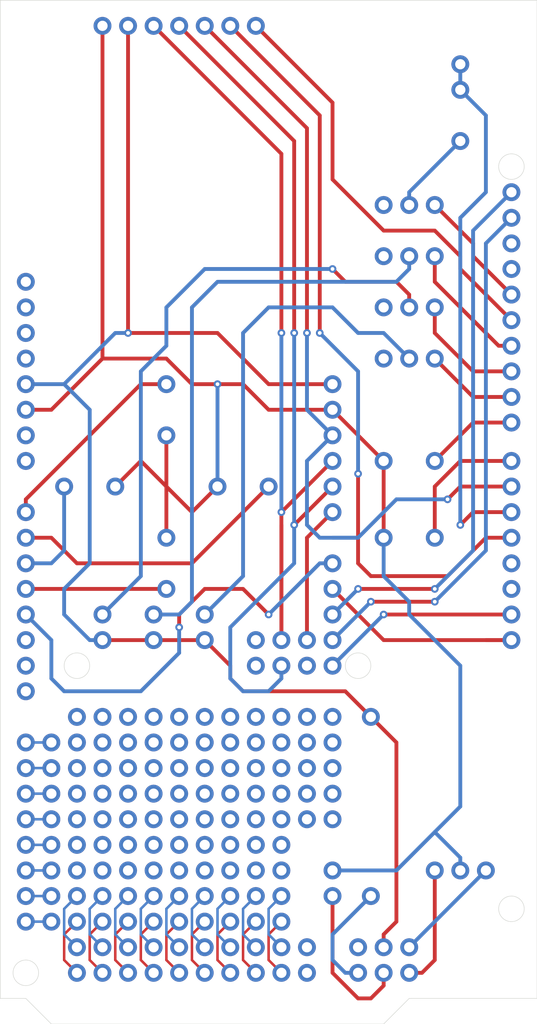
<source format=kicad_pcb>
(kicad_pcb (version 20171130) (host pcbnew "(5.1.8)-1")

  (general
    (thickness 1.6)
    (drawings 54)
    (tracks 624)
    (zones 0)
    (modules 0)
    (nets 1)
  )

  (page User 101.6 152.4)
  (layers
    (0 F.Cu mixed)
    (31 B.Cu mixed)
    (33 F.Adhes user)
    (35 F.Paste user)
    (37 F.SilkS user)
    (38 B.Mask user)
    (39 F.Mask user)
    (40 Dwgs.User user)
    (41 Cmts.User user)
    (42 Eco1.User user)
    (43 Eco2.User user)
    (44 Edge.Cuts user)
    (45 Margin user)
    (46 B.CrtYd user)
    (47 F.CrtYd user)
    (49 F.Fab user)
  )

  (setup
    (last_trace_width 0.25)
    (user_trace_width 0.254)
    (user_trace_width 0.381)
    (user_trace_width 1.27)
    (trace_clearance 0.2)
    (zone_clearance 0.508)
    (zone_45_only yes)
    (trace_min 0.1778)
    (via_size 0.8)
    (via_drill 0.4)
    (via_min_size 0.381)
    (via_min_drill 0.2794)
    (user_via 0.762 0.381)
    (user_via 1.778 1.016)
    (uvia_size 0.508)
    (uvia_drill 0.254)
    (uvias_allowed yes)
    (uvia_min_size 0.508)
    (uvia_min_drill 0.254)
    (edge_width 0.05)
    (segment_width 0.2)
    (pcb_text_width 0.3)
    (pcb_text_size 1.5 1.5)
    (mod_edge_width 0.12)
    (mod_text_size 1 1)
    (mod_text_width 0.15)
    (pad_size 1.524 1.524)
    (pad_drill 0.762)
    (pad_to_mask_clearance 0)
    (aux_axis_origin 0 0)
    (grid_origin 8.89 8.89)
    (visible_elements 7FFFFFFF)
    (pcbplotparams
      (layerselection 0x2ffea_ffffffff)
      (usegerberextensions false)
      (usegerberattributes true)
      (usegerberadvancedattributes true)
      (creategerberjobfile true)
      (excludeedgelayer true)
      (linewidth 0.101600)
      (plotframeref true)
      (viasonmask true)
      (mode 1)
      (useauxorigin false)
      (hpglpennumber 1)
      (hpglpenspeed 20)
      (hpglpendiameter 15.000000)
      (psnegative false)
      (psa4output false)
      (plotreference true)
      (plotvalue true)
      (plotinvisibletext false)
      (padsonsilk false)
      (subtractmaskfromsilk true)
      (outputformat 1)
      (mirror false)
      (drillshape 0)
      (scaleselection 1)
      (outputdirectory ""))
  )

  (net 0 "")

  (net_class Default "This is the default net class."
    (clearance 0.2)
    (trace_width 0.25)
    (via_dia 0.8)
    (via_drill 0.4)
    (uvia_dia 0.508)
    (uvia_drill 0.254)
  )

  (gr_line (start 62.23 115.57) (end 74.93 115.57) (layer Edge.Cuts) (width 0.05) (tstamp 5FDE6659))
  (gr_line (start 59.69 118.11) (end 26.67 118.11) (layer Edge.Cuts) (width 0.05) (tstamp 5FDE6656))
  (gr_circle (center 24.13 113.03) (end 24.13 111.76) (layer Edge.Cuts) (width 0.05))
  (gr_line (start 59.69 118.11) (end 62.23 115.57) (layer Edge.Cuts) (width 0.05))
  (gr_circle (center 72.39 106.68) (end 72.39 107.95) (layer Edge.Cuts) (width 0.05))
  (gr_circle (center 24.13 113.03) (end 24.13 111.76) (layer Dwgs.User) (width 0.15))
  (gr_circle (center 72.39 106.68) (end 72.39 107.95) (layer Dwgs.User) (width 0.15))
  (gr_line (start 24.13 115.57) (end 26.67 118.11) (layer Edge.Cuts) (width 0.05))
  (gr_line (start 21.59 115.57) (end 24.13 115.57) (layer Edge.Cuts) (width 0.05))
  (gr_circle (center 29.21 82.55) (end 29.21 83.82) (layer Edge.Cuts) (width 0.05))
  (gr_circle (center 57.15 82.55) (end 57.15 83.82) (layer Edge.Cuts) (width 0.05))
  (gr_circle (center 72.39 33.02) (end 72.39 34.29) (layer Edge.Cuts) (width 0.05))
  (gr_line (start 74.93 16.51) (end 21.59 16.51) (layer Edge.Cuts) (width 0.05) (tstamp 5FC4A363))
  (gr_line (start 74.93 115.57) (end 74.93 16.51) (layer Edge.Cuts) (width 0.05))
  (gr_line (start 21.59 16.51) (end 21.59 115.57) (layer Edge.Cuts) (width 0.05))
  (gr_circle (center 72.39 33.02) (end 72.39 31.75) (layer Dwgs.User) (width 0.15))
  (gr_circle (center 57.15 82.55) (end 57.15 83.82) (layer Dwgs.User) (width 0.15))
  (gr_circle (center 29.21 82.55) (end 29.21 83.82) (layer Dwgs.User) (width 0.15))
  (gr_line (start 66.04 49.53) (end 66.04 45.72) (layer Dwgs.User) (width 0.15))
  (gr_line (start 58.42 49.53) (end 66.04 49.53) (layer Dwgs.User) (width 0.15))
  (gr_line (start 66.04 45.72) (end 58.42 45.72) (layer Dwgs.User) (width 0.15) (tstamp 5FC35979))
  (gr_line (start 58.42 45.72) (end 58.42 49.53) (layer Dwgs.User) (width 0.15))
  (gr_line (start 66.04 40.64) (end 58.42 40.64) (layer Dwgs.User) (width 0.15) (tstamp 5FC3595A))
  (gr_line (start 58.42 44.45) (end 66.04 44.45) (layer Dwgs.User) (width 0.15))
  (gr_line (start 58.42 40.64) (end 58.42 44.45) (layer Dwgs.User) (width 0.15))
  (gr_line (start 66.04 44.45) (end 66.04 40.64) (layer Dwgs.User) (width 0.15))
  (gr_line (start 66.04 35.56) (end 58.42 35.56) (layer Dwgs.User) (width 0.15) (tstamp 5FC35953))
  (gr_line (start 58.42 35.56) (end 58.42 39.37) (layer Dwgs.User) (width 0.15))
  (gr_line (start 58.42 39.37) (end 66.04 39.37) (layer Dwgs.User) (width 0.15))
  (gr_line (start 66.04 39.37) (end 66.04 35.56) (layer Dwgs.User) (width 0.15))
  (gr_circle (center 30.48 64.77) (end 33.02 64.77) (layer Dwgs.User) (width 0.15))
  (gr_circle (center 62.23 69.85) (end 64.77 69.85) (layer Dwgs.User) (width 0.15))
  (gr_line (start 22.86 46.99) (end 57.15 46.99) (layer Dwgs.User) (width 0.15))
  (gr_line (start 57.15 21.59) (end 22.86 21.59) (layer Dwgs.User) (width 0.15))
  (gr_line (start 66.04 50.8) (end 58.42 50.8) (layer Dwgs.User) (width 0.15) (tstamp 5FC3597F))
  (gr_line (start 66.04 54.61) (end 66.04 50.8) (layer Dwgs.User) (width 0.15))
  (gr_line (start 58.42 54.61) (end 66.04 54.61) (layer Dwgs.User) (width 0.15))
  (gr_line (start 58.42 50.8) (end 58.42 54.61) (layer Dwgs.User) (width 0.15))
  (gr_circle (center 67.31 26.67) (end 67.31 33.02) (layer Dwgs.User) (width 0.15))
  (gr_circle (center 45.72 64.77) (end 48.26 64.77) (layer Dwgs.User) (width 0.15))
  (gr_circle (center 38.1 72.39) (end 38.1 69.85) (layer Dwgs.User) (width 0.15))
  (gr_circle (center 38.1 57.15) (end 38.1 54.61) (layer Dwgs.User) (width 0.15))
  (gr_circle (center 62.23 62.23) (end 64.77 62.23) (layer Dwgs.User) (width 0.15))
  (gr_line (start 57.15 17.78) (end 22.86 17.78) (layer Dwgs.User) (width 0.15) (tstamp 5FC3435D))
  (gr_line (start 57.15 50.8) (end 57.15 17.78) (layer Dwgs.User) (width 0.15))
  (gr_line (start 22.86 50.8) (end 57.15 50.8) (layer Dwgs.User) (width 0.15))
  (gr_line (start 22.86 17.78) (end 22.86 50.8) (layer Dwgs.User) (width 0.15))
  (gr_line (start 53.34 78.74) (end 45.72 78.74) (layer Dwgs.User) (width 0.15) (tstamp 5FC342E7))
  (gr_line (start 53.34 83.82) (end 53.34 78.74) (layer Dwgs.User) (width 0.15))
  (gr_line (start 45.72 83.82) (end 53.34 83.82) (layer Dwgs.User) (width 0.15))
  (gr_line (start 45.72 78.74) (end 45.72 83.82) (layer Dwgs.User) (width 0.15))
  (gr_circle (center 41.91 78.74) (end 41.91 77.47) (layer Dwgs.User) (width 0.15))
  (gr_circle (center 36.83 78.74) (end 36.83 77.47) (layer Dwgs.User) (width 0.15))
  (gr_circle (center 31.75 78.74) (end 31.75 77.47) (layer Dwgs.User) (width 0.15))

  (via (at 49.53 67.31) (size 0.762) (drill 0.381) (layers F.Cu B.Cu) (net 0))
  (via (at 53.34 49.53) (size 0.762) (drill 0.381) (layers F.Cu B.Cu) (net 0))
  (via (at 34.29 49.53) (size 0.762) (drill 0.381) (layers F.Cu B.Cu) (net 0))
  (segment (start 43.18 54.61) (end 43.18 64.77) (width 0.381) (layer B.Cu) (net 0))
  (via (at 43.18 54.61) (size 0.762) (drill 0.381) (layers F.Cu B.Cu) (net 0))
  (segment (start 43.18 54.61) (end 40.64 54.61) (width 0.381) (layer F.Cu) (net 0) (tstamp 5FC4976B))
  (segment (start 36.83 80.01) (end 36.83 80.01) (width 0.381) (layer F.Cu) (net 0))
  (segment (start 41.91 80.01) (end 41.91 80.01) (width 0.381) (layer F.Cu) (net 0))
  (segment (start 38.1 59.69) (end 38.1 59.69) (width 0.381) (layer F.Cu) (net 0))
  (segment (start 40.64 67.31) (end 43.18 64.77) (width 0.381) (layer F.Cu) (net 0))
  (segment (start 35.56 62.23) (end 40.64 67.31) (width 0.381) (layer F.Cu) (net 0))
  (segment (start 33.02 64.77) (end 33.02 64.77) (width 0.381) (layer F.Cu) (net 0))
  (segment (start 46.99 19.05) (end 46.99 19.05) (width 0.381) (layer F.Cu) (net 0) (tstamp 5FC45EC4))
  (segment (start 54.61 57.15) (end 54.61 57.15) (width 0.381) (layer F.Cu) (net 0) (tstamp 5FC45E22))
  (segment (start 54.61 59.69) (end 54.61 59.69) (width 0.381) (layer B.Cu) (net 0) (tstamp 5FC45E1B))
  (segment (start 49.53 82.55) (end 49.53 82.55) (width 0.381) (layer B.Cu) (net 0) (tstamp 5FC45E05))
  (segment (start 27.94 64.77) (end 27.94 64.77) (width 0.381) (layer B.Cu) (net 0) (tstamp 5FC45E01))
  (segment (start 38.1 54.61) (end 38.1 54.61) (width 0.381) (layer F.Cu) (net 0) (tstamp 5FC45DED))
  (segment (start 59.69 62.23) (end 59.69 62.23) (width 0.381) (layer F.Cu) (net 0) (tstamp 5FC45DDA))
  (segment (start 35.56 54.61) (end 24.13 66.04) (width 0.381) (layer F.Cu) (net 0))
  (segment (start 24.13 66.04) (end 24.13 67.31) (width 0.381) (layer F.Cu) (net 0))
  (segment (start 72.39 45.72) (end 72.39 45.72) (width 0.381) (layer F.Cu) (net 0) (tstamp 5FC44302))
  (segment (start 72.39 48.26) (end 72.39 48.26) (width 0.381) (layer F.Cu) (net 0) (tstamp 5FC44300))
  (segment (start 72.39 50.8) (end 72.39 50.8) (width 0.381) (layer F.Cu) (net 0) (tstamp 5FC442FE))
  (segment (start 72.39 53.34) (end 72.39 53.34) (width 0.381) (layer F.Cu) (net 0) (tstamp 5FC442FC))
  (segment (start 72.39 55.88) (end 72.39 55.88) (width 0.381) (layer F.Cu) (net 0) (tstamp 5FC442FA))
  (segment (start 72.39 58.42) (end 72.39 58.42) (width 0.381) (layer F.Cu) (net 0) (tstamp 5FC442F8))
  (segment (start 72.39 62.23) (end 72.39 62.23) (width 0.381) (layer F.Cu) (net 0) (tstamp 5FC442F6))
  (segment (start 72.39 64.77) (end 72.39 64.77) (width 0.381) (layer F.Cu) (net 0) (tstamp 5FC442F4))
  (segment (start 72.39 67.31) (end 72.39 67.31) (width 0.381) (layer F.Cu) (net 0) (tstamp 5FC442F2))
  (segment (start 72.39 69.85) (end 72.39 69.85) (width 0.381) (layer F.Cu) (net 0) (tstamp 5FC442F0))
  (segment (start 72.39 74.93) (end 72.39 74.93) (width 0.381) (layer F.Cu) (net 0) (tstamp 5FC442EE))
  (segment (start 72.39 80.01) (end 72.39 80.01) (width 0.381) (layer F.Cu) (net 0) (tstamp 5FC442EA))
  (segment (start 38.1 74.93) (end 38.1 74.93) (width 0.381) (layer F.Cu) (net 0))
  (segment (start 26.67 72.39) (end 24.13 72.39) (width 0.381) (layer B.Cu) (net 0))
  (segment (start 48.26 64.77) (end 48.26 64.77) (width 0.381) (layer F.Cu) (net 0))
  (segment (start 40.64 72.39) (end 29.21 72.39) (width 0.381) (layer F.Cu) (net 0))
  (segment (start 29.21 72.39) (end 26.67 69.85) (width 0.381) (layer F.Cu) (net 0))
  (segment (start 26.67 69.85) (end 24.13 69.85) (width 0.381) (layer F.Cu) (net 0))
  (segment (start 26.67 57.15) (end 24.13 57.15) (width 0.381) (layer F.Cu) (net 0))
  (segment (start 27.94 54.61) (end 24.13 54.61) (width 0.381) (layer B.Cu) (net 0))
  (via (at 50.8 68.58) (size 0.762) (drill 0.381) (layers F.Cu B.Cu) (net 0))
  (segment (start 68.58 67.31) (end 67.31 68.58) (width 0.381) (layer F.Cu) (net 0))
  (segment (start 67.31 64.77) (end 66.04 66.04) (width 0.381) (layer F.Cu) (net 0))
  (segment (start 64.77 64.77) (end 64.77 69.85) (width 0.381) (layer F.Cu) (net 0))
  (segment (start 67.31 62.23) (end 64.77 64.77) (width 0.381) (layer F.Cu) (net 0))
  (segment (start 67.31 68.58) (end 67.31 38.1) (width 0.381) (layer B.Cu) (net 0))
  (segment (start 60.96 66.04) (end 66.04 66.04) (width 0.381) (layer B.Cu) (net 0))
  (via (at 66.04 66.04) (size 0.762) (drill 0.381) (layers F.Cu B.Cu) (net 0))
  (via (at 67.31 68.58) (size 0.762) (drill 0.381) (layers F.Cu B.Cu) (net 0))
  (segment (start 57.15 69.85) (end 60.96 66.04) (width 0.381) (layer B.Cu) (net 0))
  (segment (start 69.85 35.56) (end 67.31 38.1) (width 0.381) (layer B.Cu) (net 0))
  (segment (start 44.45 19.05) (end 44.45 19.05) (width 0.381) (layer F.Cu) (net 0) (tstamp 5FC36A23))
  (segment (start 41.91 19.05) (end 41.91 19.05) (width 0.381) (layer F.Cu) (net 0) (tstamp 5FC36A21))
  (segment (start 36.83 19.05) (end 36.83 19.05) (width 0.381) (layer F.Cu) (net 0) (tstamp 5FC36A1D))
  (segment (start 31.75 19.05) (end 31.75 19.05) (width 0.381) (layer F.Cu) (net 0) (tstamp 5FC36A1B))
  (segment (start 34.29 19.05) (end 34.29 19.05) (width 0.381) (layer F.Cu) (net 0) (tstamp 5FC36A19))
  (segment (start 62.23 52.07) (end 62.23 52.07) (width 0.381) (layer B.Cu) (net 0) (tstamp 5FC36994))
  (segment (start 62.23 46.99) (end 62.23 46.99) (width 0.381) (layer F.Cu) (net 0) (tstamp 5FC36992))
  (segment (start 62.23 41.91) (end 62.23 41.91) (width 0.381) (layer B.Cu) (net 0) (tstamp 5FC3698C))
  (segment (start 62.23 36.83) (end 62.23 36.83) (width 0.381) (layer B.Cu) (net 0) (tstamp 5FC3698A))
  (segment (start 48.26 46.99) (end 45.72 49.53) (width 0.381) (layer B.Cu) (net 0))
  (segment (start 54.61 46.99) (end 48.26 46.99) (width 0.381) (layer B.Cu) (net 0))
  (segment (start 57.15 49.53) (end 54.61 46.99) (width 0.381) (layer B.Cu) (net 0))
  (segment (start 59.69 49.53) (end 57.15 49.53) (width 0.381) (layer B.Cu) (net 0))
  (segment (start 38.1 46.99) (end 38.1 50.8) (width 0.381) (layer B.Cu) (net 0))
  (segment (start 41.91 43.18) (end 38.1 46.99) (width 0.381) (layer B.Cu) (net 0))
  (segment (start 54.61 43.18) (end 41.91 43.18) (width 0.381) (layer B.Cu) (net 0))
  (via (at 54.61 43.18) (size 0.762) (drill 0.381) (layers F.Cu B.Cu) (net 0))
  (segment (start 55.88 44.45) (end 54.61 43.18) (width 0.381) (layer F.Cu) (net 0))
  (segment (start 60.96 44.45) (end 55.88 44.45) (width 0.381) (layer F.Cu) (net 0))
  (segment (start 62.23 45.72) (end 60.96 44.45) (width 0.381) (layer F.Cu) (net 0))
  (segment (start 40.64 76.2) (end 39.37 77.47) (width 0.381) (layer B.Cu) (net 0))
  (segment (start 40.64 46.99) (end 40.64 76.2) (width 0.381) (layer B.Cu) (net 0))
  (segment (start 43.18 44.45) (end 40.64 46.99) (width 0.381) (layer B.Cu) (net 0))
  (segment (start 60.96 44.45) (end 43.18 44.45) (width 0.381) (layer B.Cu) (net 0))
  (segment (start 62.23 43.18) (end 60.96 44.45) (width 0.381) (layer B.Cu) (net 0))
  (segment (start 57.15 53.34) (end 57.15 63.5) (width 0.381) (layer B.Cu) (net 0))
  (segment (start 53.34 49.53) (end 57.15 53.34) (width 0.381) (layer B.Cu) (net 0))
  (segment (start 57.15 72.39) (end 57.15 63.5) (width 0.381) (layer F.Cu) (net 0))
  (via (at 57.15 63.5) (size 0.762) (drill 0.381) (layers F.Cu B.Cu) (net 0))
  (segment (start 52.07 62.23) (end 52.07 68.58) (width 0.381) (layer B.Cu) (net 0))
  (segment (start 52.07 68.58) (end 53.34 69.85) (width 0.381) (layer B.Cu) (net 0))
  (segment (start 53.34 69.85) (end 57.15 69.85) (width 0.381) (layer B.Cu) (net 0))
  (segment (start 66.04 73.66) (end 58.42 73.66) (width 0.381) (layer F.Cu) (net 0))
  (segment (start 58.42 73.66) (end 57.15 72.39) (width 0.381) (layer F.Cu) (net 0))
  (via (at 49.53 49.53) (size 0.762) (drill 0.381) (layers F.Cu B.Cu) (net 0))
  (segment (start 49.53 49.53) (end 49.53 67.31) (width 0.381) (layer B.Cu) (net 0) (tstamp 5FC36653))
  (via (at 50.8 49.53) (size 0.762) (drill 0.381) (layers F.Cu B.Cu) (net 0))
  (via (at 52.07 49.53) (size 0.762) (drill 0.381) (layers F.Cu B.Cu) (net 0))
  (segment (start 52.07 49.53) (end 52.07 57.15) (width 0.381) (layer B.Cu) (net 0) (tstamp 5FC3664F))
  (segment (start 54.61 67.31) (end 54.61 67.31) (width 0.381) (layer F.Cu) (net 0) (tstamp 5FC365DE))
  (segment (start 54.61 64.77) (end 54.61 64.77) (width 0.381) (layer F.Cu) (net 0) (tstamp 5FC365DC))
  (segment (start 54.61 62.23) (end 54.61 62.23) (width 0.381) (layer F.Cu) (net 0) (tstamp 5FC365DA))
  (segment (start 54.61 54.61) (end 54.61 54.61) (width 0.381) (layer F.Cu) (net 0) (tstamp 5FC365D4))
  (segment (start 52.07 57.15) (end 54.61 59.69) (width 0.381) (layer B.Cu) (net 0))
  (segment (start 48.26 54.61) (end 43.18 49.53) (width 0.381) (layer F.Cu) (net 0))
  (segment (start 43.18 49.53) (end 34.29 49.53) (width 0.381) (layer F.Cu) (net 0))
  (segment (start 59.69 69.85) (end 59.69 62.23) (width 0.381) (layer F.Cu) (net 0) (tstamp 5FC364C9))
  (segment (start 69.85 69.85) (end 66.04 73.66) (width 0.381) (layer F.Cu) (net 0))
  (segment (start 67.31 41.91) (end 64.77 39.37) (width 0.381) (layer F.Cu) (net 0))
  (segment (start 72.39 77.47) (end 72.39 77.47) (width 0.381) (layer B.Cu) (net 0) (tstamp 5FC36221))
  (segment (start 68.58 58.42) (end 64.77 62.23) (width 0.381) (layer F.Cu) (net 0))
  (segment (start 62.23 35.56) (end 67.31 30.48) (width 0.381) (layer B.Cu) (net 0))
  (segment (start 68.58 40.64) (end 64.77 36.83) (width 0.381) (layer F.Cu) (net 0))
  (segment (start 68.58 41.91) (end 68.58 40.64) (width 0.381) (layer F.Cu) (net 0))
  (segment (start 54.61 26.67) (end 54.61 34.29) (width 0.381) (layer F.Cu) (net 0))
  (segment (start 59.69 39.37) (end 54.61 34.29) (width 0.381) (layer F.Cu) (net 0))
  (segment (start 64.77 39.37) (end 59.69 39.37) (width 0.381) (layer F.Cu) (net 0))
  (segment (start 67.31 43.18) (end 67.31 41.91) (width 0.381) (layer F.Cu) (net 0))
  (segment (start 64.77 44.45) (end 64.77 41.91) (width 0.381) (layer F.Cu) (net 0))
  (segment (start 71.12 50.8) (end 64.77 44.45) (width 0.381) (layer F.Cu) (net 0))
  (segment (start 68.58 53.34) (end 64.77 49.53) (width 0.381) (layer F.Cu) (net 0))
  (segment (start 64.77 49.53) (end 64.77 46.99) (width 0.381) (layer F.Cu) (net 0))
  (segment (start 68.58 55.88) (end 64.77 52.07) (width 0.381) (layer F.Cu) (net 0))
  (segment (start 53.34 27.94) (end 53.34 49.53) (width 0.381) (layer F.Cu) (net 0))
  (segment (start 52.07 29.21) (end 52.07 49.53) (width 0.381) (layer F.Cu) (net 0))
  (segment (start 34.29 49.53) (end 33.02 49.53) (width 0.381) (layer B.Cu) (net 0))
  (segment (start 33.02 49.53) (end 27.94 54.61) (width 0.381) (layer B.Cu) (net 0))
  (segment (start 45.72 54.61) (end 43.18 54.61) (width 0.381) (layer F.Cu) (net 0))
  (segment (start 48.26 57.15) (end 45.72 54.61) (width 0.381) (layer F.Cu) (net 0))
  (segment (start 52.07 69.85) (end 52.07 80.01) (width 0.381) (layer F.Cu) (net 0))
  (segment (start 59.69 80.01) (end 54.61 74.93) (width 0.381) (layer F.Cu) (net 0))
  (segment (start 69.85 40.64) (end 72.39 38.1) (width 0.381) (layer B.Cu) (net 0))
  (segment (start 69.85 71.12) (end 69.85 40.64) (width 0.381) (layer B.Cu) (net 0))
  (segment (start 64.77 76.2) (end 69.85 71.12) (width 0.381) (layer B.Cu) (net 0))
  (segment (start 58.42 76.2) (end 54.61 80.01) (width 0.381) (layer B.Cu) (net 0))
  (segment (start 64.77 76.2) (end 64.77 76.2) (width 0.381) (layer B.Cu) (net 0))
  (segment (start 59.69 77.47) (end 59.69 77.47) (width 0.381) (layer B.Cu) (net 0))
  (segment (start 49.53 67.31) (end 49.53 80.01) (width 0.381) (layer F.Cu) (net 0) (tstamp 5FC35249))
  (segment (start 50.8 49.53) (end 50.8 30.48) (width 0.381) (layer F.Cu) (net 0))
  (segment (start 50.8 30.48) (end 39.37 19.05) (width 0.381) (layer F.Cu) (net 0))
  (segment (start 49.53 31.75) (end 49.53 49.53) (width 0.381) (layer F.Cu) (net 0))
  (segment (start 27.94 71.12) (end 26.67 72.39) (width 0.381) (layer B.Cu) (net 0))
  (segment (start 38.1 52.07) (end 40.64 54.61) (width 0.381) (layer F.Cu) (net 0))
  (segment (start 31.75 52.07) (end 38.1 52.07) (width 0.381) (layer F.Cu) (net 0))
  (segment (start 31.75 52.07) (end 26.67 57.15) (width 0.381) (layer F.Cu) (net 0))
  (segment (start 54.61 69.85) (end 57.15 69.85) (width 0.381) (layer B.Cu) (net 0) (tstamp 5FC45E13))
  (segment (start 49.53 80.01) (end 49.53 68.58) (width 0.381) (layer F.Cu) (net 0) (tstamp 5FC36604))
  (segment (start 72.39 80.01) (end 72.39 80.01) (width 0.381) (layer B.Cu) (net 0))
  (segment (start 59.69 69.85) (end 59.69 69.85) (width 0.381) (layer F.Cu) (net 0))
  (segment (start 49.53 80.01) (end 49.53 80.01) (width 0.381) (layer F.Cu) (net 0))
  (segment (start 41.91 80.01) (end 41.91 80.01) (width 0.381) (layer F.Cu) (net 0))
  (segment (start 31.75 80.01) (end 31.75 80.01) (width 0.381) (layer F.Cu) (net 0))
  (segment (start 49.53 82.55) (end 49.53 82.55) (width 0.381) (layer B.Cu) (net 0))
  (segment (start 52.07 80.01) (end 52.07 80.01) (width 0.381) (layer F.Cu) (net 0) (tstamp 5FC45E07))
  (segment (start 31.75 80.01) (end 31.75 80.01) (width 0.381) (layer F.Cu) (net 0) (tstamp 5FC45DFD))
  (segment (start 41.91 80.01) (end 41.91 80.01) (width 0.381) (layer F.Cu) (net 0) (tstamp 5FC45DF7))
  (segment (start 64.77 69.85) (end 64.77 69.85) (width 0.381) (layer F.Cu) (net 0) (tstamp 5FC45DDE))
  (segment (start 59.69 69.85) (end 59.69 69.85) (width 0.381) (layer F.Cu) (net 0) (tstamp 5FC45DE0))
  (segment (start 41.91 77.47) (end 41.91 77.47) (width 0.381) (layer B.Cu) (net 0) (tstamp 5FC45DF9))
  (segment (start 54.61 80.01) (end 54.61 80.01) (width 0.381) (layer B.Cu) (net 0) (tstamp 5FC45E0B))
  (segment (start 64.77 62.23) (end 64.77 62.23) (width 0.381) (layer F.Cu) (net 0) (tstamp 5FC45DDC))
  (segment (start 36.83 80.01) (end 36.83 80.01) (width 0.381) (layer F.Cu) (net 0) (tstamp 5FC45DF5))
  (segment (start 49.53 80.01) (end 49.53 80.01) (width 0.381) (layer F.Cu) (net 0) (tstamp 5FC45E09))
  (segment (start 31.75 77.47) (end 31.75 77.47) (width 0.381) (layer B.Cu) (net 0) (tstamp 5FC45DFB))
  (segment (start 38.1 69.85) (end 38.1 69.85) (width 0.381) (layer F.Cu) (net 0) (tstamp 5FC45DEF))
  (segment (start 36.83 77.47) (end 36.83 77.47) (width 0.381) (layer B.Cu) (net 0) (tstamp 5FC45DF3))
  (segment (start 36.83 77.47) (end 36.83 77.47) (width 0.381) (layer B.Cu) (net 0) (tstamp 5FC36A03))
  (segment (start 50.8 68.58) (end 50.8 68.58) (width 0.381) (layer F.Cu) (net 0) (tstamp 5FC36C35))
  (segment (start 41.91 77.47) (end 41.91 77.47) (width 0.381) (layer B.Cu) (net 0) (tstamp 5FC36A05))
  (segment (start 72.39 67.31) (end 72.39 67.31) (width 0.381) (layer F.Cu) (net 0))
  (segment (start 36.83 80.01) (end 36.83 80.01) (width 0.381) (layer F.Cu) (net 0) (tstamp 5FC36A0A))
  (segment (start 38.1 69.85) (end 38.1 69.85) (width 0.381) (layer F.Cu) (net 0) (tstamp 5FC369FD))
  (segment (start 31.75 77.47) (end 31.75 77.47) (width 0.381) (layer B.Cu) (net 0) (tstamp 5FC36A01))
  (segment (start 53.34 49.53) (end 53.34 49.53) (width 0.381) (layer F.Cu) (net 0) (tstamp 5FC3663E))
  (segment (start 64.77 69.85) (end 64.77 69.85) (width 0.381) (layer F.Cu) (net 0) (tstamp 5FC364CB))
  (segment (start 52.07 80.01) (end 52.07 80.01) (width 0.381) (layer F.Cu) (net 0) (tstamp 5FC36602))
  (segment (start 49.53 82.55) (end 49.53 82.55) (width 0.381) (layer B.Cu) (net 0) (tstamp 5FC36606))
  (segment (start 54.61 80.01) (end 54.61 80.01) (width 0.381) (layer B.Cu) (net 0) (tstamp 5FC365F6))
  (segment (start 53.34 49.53) (end 53.34 49.53) (width 0.381) (layer F.Cu) (net 0) (tstamp 5FC358C5))
  (segment (start 59.69 62.23) (end 59.69 62.23) (width 0.381) (layer F.Cu) (net 0) (tstamp 5FC364C7))
  (segment (start 64.77 62.23) (end 64.77 62.23) (width 0.381) (layer F.Cu) (net 0) (tstamp 5FC364C5))
  (segment (start 59.69 62.23) (end 59.69 62.23) (width 0.381) (layer F.Cu) (net 0))
  (segment (start 72.39 80.01) (end 69.85 80.01) (width 0.381) (layer F.Cu) (net 0))
  (segment (start 68.58 39.37) (end 68.58 71.12) (width 0.381) (layer B.Cu) (net 0))
  (segment (start 68.58 71.12) (end 64.77 74.93) (width 0.381) (layer B.Cu) (net 0))
  (segment (start 57.15 74.93) (end 54.61 77.47) (width 0.381) (layer B.Cu) (net 0))
  (segment (start 64.77 74.93) (end 64.77 74.93) (width 0.381) (layer B.Cu) (net 0))
  (segment (start 72.39 35.56) (end 72.39 35.56) (width 0.381) (layer B.Cu) (net 0) (tstamp 5FC3620C))
  (via (at 49.53 105.41) (size 1.778) (drill 1.016) (layers F.Cu B.Cu) (net 0))
  (via (at 46.99 105.41) (size 1.778) (drill 1.016) (layers F.Cu B.Cu) (net 0))
  (via (at 44.45 105.41) (size 1.778) (drill 1.016) (layers F.Cu B.Cu) (net 0))
  (via (at 41.91 105.41) (size 1.778) (drill 1.016) (layers F.Cu B.Cu) (net 0))
  (via (at 39.37 105.41) (size 1.778) (drill 1.016) (layers F.Cu B.Cu) (net 0))
  (via (at 36.83 105.41) (size 1.778) (drill 1.016) (layers F.Cu B.Cu) (net 0))
  (via (at 34.29 105.41) (size 1.778) (drill 1.016) (layers F.Cu B.Cu) (net 0))
  (via (at 31.75 105.41) (size 1.778) (drill 1.016) (layers F.Cu B.Cu) (net 0))
  (via (at 29.21 105.41) (size 1.778) (drill 1.016) (layers F.Cu B.Cu) (net 0))
  (via (at 29.21 107.95) (size 1.778) (drill 1.016) (layers F.Cu B.Cu) (net 0))
  (via (at 29.21 110.49) (size 1.778) (drill 1.016) (layers F.Cu B.Cu) (net 0))
  (via (at 29.21 113.03) (size 1.778) (drill 1.016) (layers F.Cu B.Cu) (net 0))
  (via (at 31.75 113.03) (size 1.778) (drill 1.016) (layers F.Cu B.Cu) (net 0))
  (via (at 31.75 110.49) (size 1.778) (drill 1.016) (layers F.Cu B.Cu) (net 0))
  (via (at 31.75 107.95) (size 1.778) (drill 1.016) (layers F.Cu B.Cu) (net 0))
  (via (at 34.29 107.95) (size 1.778) (drill 1.016) (layers F.Cu B.Cu) (net 0))
  (via (at 34.29 110.49) (size 1.778) (drill 1.016) (layers F.Cu B.Cu) (net 0))
  (via (at 34.29 113.03) (size 1.778) (drill 1.016) (layers F.Cu B.Cu) (net 0))
  (via (at 36.83 113.03) (size 1.778) (drill 1.016) (layers F.Cu B.Cu) (net 0))
  (via (at 36.83 110.49) (size 1.778) (drill 1.016) (layers F.Cu B.Cu) (net 0))
  (via (at 36.83 107.95) (size 1.778) (drill 1.016) (layers F.Cu B.Cu) (net 0))
  (via (at 39.37 107.95) (size 1.778) (drill 1.016) (layers F.Cu B.Cu) (net 0))
  (via (at 39.37 110.49) (size 1.778) (drill 1.016) (layers F.Cu B.Cu) (net 0))
  (via (at 39.37 113.03) (size 1.778) (drill 1.016) (layers F.Cu B.Cu) (net 0))
  (via (at 49.53 107.95) (size 1.778) (drill 1.016) (layers F.Cu B.Cu) (net 0))
  (via (at 46.99 107.95) (size 1.778) (drill 1.016) (layers F.Cu B.Cu) (net 0))
  (via (at 44.45 107.95) (size 1.778) (drill 1.016) (layers F.Cu B.Cu) (net 0))
  (via (at 41.91 107.95) (size 1.778) (drill 1.016) (layers F.Cu B.Cu) (net 0))
  (via (at 41.91 110.49) (size 1.778) (drill 1.016) (layers F.Cu B.Cu) (net 0))
  (via (at 41.91 113.03) (size 1.778) (drill 1.016) (layers F.Cu B.Cu) (net 0))
  (via (at 44.45 113.03) (size 1.778) (drill 1.016) (layers F.Cu B.Cu) (net 0))
  (via (at 44.45 110.49) (size 1.778) (drill 1.016) (layers F.Cu B.Cu) (net 0))
  (via (at 49.53 82.55) (size 1.778) (drill 1.016) (layers F.Cu B.Cu) (net 0))
  (segment (start 49.53 80.01) (end 49.53 80.01) (width 0.381) (layer F.Cu) (net 0) (tstamp 5FDE625E))
  (via (at 49.53 80.01) (size 1.778) (drill 1.016) (layers F.Cu B.Cu) (net 0))
  (segment (start 52.07 80.01) (end 52.07 80.01) (width 0.381) (layer F.Cu) (net 0) (tstamp 5FDE6260))
  (via (at 52.07 80.01) (size 1.778) (drill 1.016) (layers F.Cu B.Cu) (net 0))
  (via (at 52.07 82.55) (size 1.778) (drill 1.016) (layers F.Cu B.Cu) (net 0))
  (via (at 46.99 80.01) (size 1.778) (drill 1.016) (layers F.Cu B.Cu) (net 0))
  (via (at 46.99 82.55) (size 1.778) (drill 1.016) (layers F.Cu B.Cu) (net 0))
  (segment (start 54.61 82.55) (end 54.61 82.55) (width 0.381) (layer B.Cu) (net 0) (tstamp 5FDE6262))
  (via (at 54.61 82.55) (size 1.778) (drill 1.016) (layers F.Cu B.Cu) (net 0))
  (segment (start 54.61 80.01) (end 54.61 80.01) (width 0.381) (layer B.Cu) (net 0) (tstamp 5FDE6264))
  (via (at 54.61 80.01) (size 1.778) (drill 1.016) (layers F.Cu B.Cu) (net 0))
  (segment (start 54.61 77.47) (end 54.61 77.47) (width 0.381) (layer B.Cu) (net 0) (tstamp 5FDE6266))
  (via (at 54.61 77.47) (size 1.778) (drill 1.016) (layers F.Cu B.Cu) (net 0))
  (segment (start 54.61 74.93) (end 54.61 74.93) (width 0.381) (layer F.Cu) (net 0) (tstamp 5FDE6268))
  (via (at 54.61 74.93) (size 1.778) (drill 1.016) (layers F.Cu B.Cu) (net 0))
  (segment (start 41.91 80.01) (end 36.83 80.01) (width 0.381) (layer F.Cu) (net 0) (tstamp 5FDE626A))
  (via (at 41.91 80.01) (size 1.778) (drill 1.016) (layers F.Cu B.Cu) (net 0))
  (segment (start 41.91 77.47) (end 41.91 77.47) (width 0.381) (layer B.Cu) (net 0) (tstamp 5FDE626C))
  (via (at 41.91 77.47) (size 1.778) (drill 1.016) (layers F.Cu B.Cu) (net 0))
  (segment (start 36.83 77.47) (end 36.83 77.47) (width 0.381) (layer B.Cu) (net 0) (tstamp 5FDE626E))
  (via (at 36.83 77.47) (size 1.778) (drill 1.016) (layers F.Cu B.Cu) (net 0))
  (segment (start 36.83 80.01) (end 31.75 80.01) (width 0.381) (layer F.Cu) (net 0) (tstamp 5FDE6270))
  (via (at 36.83 80.01) (size 1.778) (drill 1.016) (layers F.Cu B.Cu) (net 0))
  (segment (start 31.75 80.01) (end 31.75 80.01) (width 0.381) (layer F.Cu) (net 0) (tstamp 5FDE6277))
  (via (at 31.75 80.01) (size 1.778) (drill 1.016) (layers F.Cu B.Cu) (net 0))
  (segment (start 31.75 77.47) (end 31.75 77.47) (width 0.381) (layer B.Cu) (net 0) (tstamp 5FDE6279))
  (via (at 31.75 77.47) (size 1.778) (drill 1.016) (layers F.Cu B.Cu) (net 0))
  (segment (start 24.13 74.93) (end 24.13 74.93) (width 0.381) (layer F.Cu) (net 0) (tstamp 5FDE6388))
  (via (at 24.13 74.93) (size 1.778) (drill 1.016) (layers F.Cu B.Cu) (net 0))
  (segment (start 24.13 72.39) (end 24.13 72.39) (width 0.381) (layer B.Cu) (net 0) (tstamp 5FDE638A))
  (via (at 24.13 72.39) (size 1.778) (drill 1.016) (layers F.Cu B.Cu) (net 0))
  (segment (start 24.13 69.85) (end 24.13 69.85) (width 0.381) (layer F.Cu) (net 0) (tstamp 5FDE638C))
  (via (at 24.13 69.85) (size 1.778) (drill 1.016) (layers F.Cu B.Cu) (net 0))
  (segment (start 24.13 67.31) (end 24.13 67.31) (width 0.381) (layer F.Cu) (net 0) (tstamp 5FDE638E))
  (via (at 24.13 67.31) (size 1.778) (drill 1.016) (layers F.Cu B.Cu) (net 0))
  (via (at 24.13 90.17) (size 1.778) (drill 1.016) (layers F.Cu B.Cu) (net 0))
  (via (at 24.13 85.09) (size 1.778) (drill 1.016) (layers F.Cu B.Cu) (net 0))
  (via (at 24.13 82.55) (size 1.778) (drill 1.016) (layers F.Cu B.Cu) (net 0))
  (via (at 24.13 80.01) (size 1.778) (drill 1.016) (layers F.Cu B.Cu) (net 0))
  (via (at 24.13 77.47) (size 1.778) (drill 1.016) (layers F.Cu B.Cu) (net 0))
  (via (at 24.13 92.71) (size 1.778) (drill 1.016) (layers F.Cu B.Cu) (net 0))
  (via (at 26.67 92.71) (size 1.778) (drill 1.016) (layers F.Cu B.Cu) (net 0))
  (via (at 26.67 90.17) (size 1.778) (drill 1.016) (layers F.Cu B.Cu) (net 0))
  (segment (start 72.39 80.01) (end 59.69 80.01) (width 0.381) (layer F.Cu) (net 0) (tstamp 5FDE639F))
  (via (at 72.39 80.01) (size 1.778) (drill 1.016) (layers F.Cu B.Cu) (net 0))
  (segment (start 72.39 77.47) (end 59.69 77.47) (width 0.381) (layer F.Cu) (net 0) (tstamp 5FDE63A1))
  (via (at 72.39 77.47) (size 1.778) (drill 1.016) (layers F.Cu B.Cu) (net 0))
  (via (at 72.39 74.93) (size 1.778) (drill 1.016) (layers F.Cu B.Cu) (net 0))
  (via (at 72.39 72.39) (size 1.778) (drill 1.016) (layers F.Cu B.Cu) (net 0))
  (segment (start 72.39 69.85) (end 69.85 69.85) (width 0.381) (layer F.Cu) (net 0) (tstamp 5FDE63A5))
  (via (at 72.39 69.85) (size 1.778) (drill 1.016) (layers F.Cu B.Cu) (net 0))
  (segment (start 54.61 72.39) (end 54.61 72.39) (width 0.381) (layer F.Cu) (net 0) (tstamp 5FDE63A7))
  (via (at 54.61 72.39) (size 1.778) (drill 1.016) (layers F.Cu B.Cu) (net 0))
  (segment (start 72.39 67.31) (end 68.58 67.31) (width 0.381) (layer F.Cu) (net 0) (tstamp 5FDE63A9))
  (via (at 72.39 67.31) (size 1.778) (drill 1.016) (layers F.Cu B.Cu) (net 0))
  (segment (start 72.39 64.77) (end 67.31 64.77) (width 0.381) (layer F.Cu) (net 0) (tstamp 5FDE63AB))
  (via (at 72.39 64.77) (size 1.778) (drill 1.016) (layers F.Cu B.Cu) (net 0))
  (segment (start 72.39 62.23) (end 67.31 62.23) (width 0.381) (layer F.Cu) (net 0) (tstamp 5FDE63AD))
  (via (at 72.39 62.23) (size 1.778) (drill 1.016) (layers F.Cu B.Cu) (net 0))
  (segment (start 72.39 58.42) (end 68.58 58.42) (width 0.381) (layer F.Cu) (net 0) (tstamp 5FDE63AF))
  (via (at 72.39 58.42) (size 1.778) (drill 1.016) (layers F.Cu B.Cu) (net 0))
  (segment (start 72.39 55.88) (end 68.58 55.88) (width 0.381) (layer F.Cu) (net 0) (tstamp 5FDE63B1))
  (via (at 72.39 55.88) (size 1.778) (drill 1.016) (layers F.Cu B.Cu) (net 0))
  (segment (start 72.39 53.34) (end 68.58 53.34) (width 0.381) (layer F.Cu) (net 0) (tstamp 5FDE63B3))
  (via (at 72.39 53.34) (size 1.778) (drill 1.016) (layers F.Cu B.Cu) (net 0))
  (segment (start 72.39 50.8) (end 71.12 50.8) (width 0.381) (layer F.Cu) (net 0) (tstamp 5FDE63B5))
  (via (at 72.39 50.8) (size 1.778) (drill 1.016) (layers F.Cu B.Cu) (net 0))
  (segment (start 72.39 48.26) (end 67.31 43.18) (width 0.381) (layer F.Cu) (net 0) (tstamp 5FDE63B7))
  (via (at 72.39 48.26) (size 1.778) (drill 1.016) (layers F.Cu B.Cu) (net 0))
  (segment (start 72.39 45.72) (end 68.58 41.91) (width 0.381) (layer F.Cu) (net 0) (tstamp 5FDE63B9))
  (via (at 72.39 45.72) (size 1.778) (drill 1.016) (layers F.Cu B.Cu) (net 0))
  (via (at 72.39 43.18) (size 1.778) (drill 1.016) (layers F.Cu B.Cu) (net 0))
  (via (at 72.39 40.64) (size 1.778) (drill 1.016) (layers F.Cu B.Cu) (net 0))
  (segment (start 72.39 38.1) (end 72.39 38.1) (width 0.381) (layer B.Cu) (net 0) (tstamp 5FDE63BB))
  (via (at 72.39 38.1) (size 1.778) (drill 1.016) (layers F.Cu B.Cu) (net 0))
  (segment (start 72.39 35.56) (end 68.58 39.37) (width 0.381) (layer B.Cu) (net 0) (tstamp 5FDE63BD))
  (via (at 72.39 35.56) (size 1.778) (drill 1.016) (layers F.Cu B.Cu) (net 0))
  (segment (start 64.77 36.83) (end 64.77 36.83) (width 0.381) (layer F.Cu) (net 0) (tstamp 5FDE63BF))
  (via (at 64.77 36.83) (size 1.778) (drill 1.016) (layers F.Cu B.Cu) (net 0))
  (segment (start 62.23 36.83) (end 62.23 35.56) (width 0.381) (layer B.Cu) (net 0) (tstamp 5FDE63C1))
  (via (at 62.23 36.83) (size 1.778) (drill 1.016) (layers F.Cu B.Cu) (net 0))
  (via (at 59.69 36.83) (size 1.778) (drill 1.016) (layers F.Cu B.Cu) (net 0))
  (via (at 59.69 41.91) (size 1.778) (drill 1.016) (layers F.Cu B.Cu) (net 0))
  (segment (start 62.23 41.91) (end 62.23 43.18) (width 0.381) (layer B.Cu) (net 0) (tstamp 5FDE63C3))
  (via (at 62.23 41.91) (size 1.778) (drill 1.016) (layers F.Cu B.Cu) (net 0))
  (segment (start 64.77 41.91) (end 64.77 41.91) (width 0.381) (layer F.Cu) (net 0) (tstamp 5FDE63C5))
  (via (at 64.77 41.91) (size 1.778) (drill 1.016) (layers F.Cu B.Cu) (net 0))
  (segment (start 64.77 46.99) (end 64.77 46.99) (width 0.381) (layer F.Cu) (net 0) (tstamp 5FDE63C7))
  (via (at 64.77 46.99) (size 1.778) (drill 1.016) (layers F.Cu B.Cu) (net 0))
  (segment (start 62.23 46.99) (end 62.23 45.72) (width 0.381) (layer F.Cu) (net 0) (tstamp 5FDE63C9))
  (via (at 62.23 46.99) (size 1.778) (drill 1.016) (layers F.Cu B.Cu) (net 0))
  (via (at 59.69 46.99) (size 1.778) (drill 1.016) (layers F.Cu B.Cu) (net 0))
  (via (at 59.69 52.07) (size 1.778) (drill 1.016) (layers F.Cu B.Cu) (net 0))
  (segment (start 62.23 52.07) (end 59.69 49.53) (width 0.381) (layer B.Cu) (net 0) (tstamp 5FDE63CB))
  (via (at 62.23 52.07) (size 1.778) (drill 1.016) (layers F.Cu B.Cu) (net 0))
  (segment (start 64.77 52.07) (end 64.77 52.07) (width 0.381) (layer F.Cu) (net 0) (tstamp 5FDE63CD))
  (via (at 64.77 52.07) (size 1.778) (drill 1.016) (layers F.Cu B.Cu) (net 0))
  (segment (start 64.77 62.23) (end 64.77 62.23) (width 0.381) (layer F.Cu) (net 0) (tstamp 5FDE63CF))
  (via (at 64.77 62.23) (size 1.778) (drill 1.016) (layers F.Cu B.Cu) (net 0))
  (segment (start 59.69 62.23) (end 54.61 57.15) (width 0.381) (layer F.Cu) (net 0) (tstamp 5FDE63D1))
  (via (at 59.69 62.23) (size 1.778) (drill 1.016) (layers F.Cu B.Cu) (net 0))
  (segment (start 64.77 69.85) (end 64.77 69.85) (width 0.381) (layer F.Cu) (net 0) (tstamp 5FDE63D3))
  (via (at 64.77 69.85) (size 1.778) (drill 1.016) (layers F.Cu B.Cu) (net 0))
  (segment (start 59.69 69.85) (end 59.69 69.85) (width 0.381) (layer F.Cu) (net 0) (tstamp 5FDE63D5))
  (via (at 59.69 69.85) (size 1.778) (drill 1.016) (layers F.Cu B.Cu) (net 0))
  (segment (start 54.61 67.31) (end 52.07 69.85) (width 0.381) (layer F.Cu) (net 0) (tstamp 5FDE63D7))
  (via (at 54.61 67.31) (size 1.778) (drill 1.016) (layers F.Cu B.Cu) (net 0))
  (segment (start 54.61 64.77) (end 50.8 68.58) (width 0.381) (layer F.Cu) (net 0) (tstamp 5FDE63D9))
  (via (at 54.61 64.77) (size 1.778) (drill 1.016) (layers F.Cu B.Cu) (net 0))
  (segment (start 54.61 62.23) (end 49.53 67.31) (width 0.381) (layer F.Cu) (net 0) (tstamp 5FDE63DB))
  (via (at 54.61 62.23) (size 1.778) (drill 1.016) (layers F.Cu B.Cu) (net 0))
  (segment (start 54.61 59.69) (end 52.07 62.23) (width 0.381) (layer B.Cu) (net 0) (tstamp 5FDE63DD))
  (via (at 54.61 59.69) (size 1.778) (drill 1.016) (layers F.Cu B.Cu) (net 0))
  (segment (start 54.61 57.15) (end 48.26 57.15) (width 0.381) (layer F.Cu) (net 0) (tstamp 5FDE63DF))
  (via (at 54.61 57.15) (size 1.778) (drill 1.016) (layers F.Cu B.Cu) (net 0))
  (segment (start 54.61 54.61) (end 48.26 54.61) (width 0.381) (layer F.Cu) (net 0) (tstamp 5FDE63E1))
  (via (at 54.61 54.61) (size 1.778) (drill 1.016) (layers F.Cu B.Cu) (net 0))
  (segment (start 48.26 64.77) (end 40.64 72.39) (width 0.381) (layer F.Cu) (net 0) (tstamp 5FDE63E3))
  (via (at 48.26 64.77) (size 1.778) (drill 1.016) (layers F.Cu B.Cu) (net 0))
  (segment (start 43.18 64.77) (end 43.18 64.77) (width 0.381) (layer F.Cu) (net 0) (tstamp 5FDE63E5))
  (via (at 43.18 64.77) (size 1.778) (drill 1.016) (layers F.Cu B.Cu) (net 0))
  (segment (start 38.1 69.85) (end 38.1 69.85) (width 0.381) (layer F.Cu) (net 0) (tstamp 5FDE63F6))
  (via (at 38.1 69.85) (size 1.778) (drill 1.016) (layers F.Cu B.Cu) (net 0))
  (segment (start 38.1 74.93) (end 24.13 74.93) (width 0.381) (layer F.Cu) (net 0) (tstamp 5FDE63F8))
  (via (at 38.1 74.93) (size 1.778) (drill 1.016) (layers F.Cu B.Cu) (net 0))
  (segment (start 38.1 54.61) (end 35.56 54.61) (width 0.381) (layer F.Cu) (net 0) (tstamp 5FDE63FA))
  (via (at 38.1 54.61) (size 1.778) (drill 1.016) (layers F.Cu B.Cu) (net 0))
  (segment (start 38.1 59.69) (end 38.1 69.85) (width 0.381) (layer F.Cu) (net 0) (tstamp 5FDE63FC))
  (via (at 38.1 59.69) (size 1.778) (drill 1.016) (layers F.Cu B.Cu) (net 0))
  (segment (start 33.02 64.77) (end 35.56 62.23) (width 0.381) (layer F.Cu) (net 0) (tstamp 5FDE63FE))
  (via (at 33.02 64.77) (size 1.778) (drill 1.016) (layers F.Cu B.Cu) (net 0))
  (segment (start 27.94 64.77) (end 27.94 71.12) (width 0.381) (layer B.Cu) (net 0) (tstamp 5FDE6400))
  (via (at 27.94 64.77) (size 1.778) (drill 1.016) (layers F.Cu B.Cu) (net 0))
  (via (at 52.07 87.63) (size 1.778) (drill 1.016) (layers F.Cu B.Cu) (net 0))
  (via (at 49.53 87.63) (size 1.778) (drill 1.016) (layers F.Cu B.Cu) (net 0))
  (via (at 46.99 87.63) (size 1.778) (drill 1.016) (layers F.Cu B.Cu) (net 0))
  (via (at 44.45 87.63) (size 1.778) (drill 1.016) (layers F.Cu B.Cu) (net 0))
  (segment (start 41.91 87.63) (end 41.91 87.63) (width 0.381) (layer B.Cu) (net 0) (tstamp 5FDE6402))
  (via (at 41.91 87.63) (size 1.778) (drill 1.016) (layers F.Cu B.Cu) (net 0))
  (via (at 39.37 87.63) (size 1.778) (drill 1.016) (layers F.Cu B.Cu) (net 0))
  (segment (start 36.83 87.63) (end 36.83 87.63) (width 0.381) (layer B.Cu) (net 0) (tstamp 5FDE6404))
  (via (at 36.83 87.63) (size 1.778) (drill 1.016) (layers F.Cu B.Cu) (net 0))
  (via (at 34.29 87.63) (size 1.778) (drill 1.016) (layers F.Cu B.Cu) (net 0))
  (segment (start 31.75 87.63) (end 31.75 87.63) (width 0.381) (layer B.Cu) (net 0) (tstamp 5FDE6406))
  (via (at 31.75 87.63) (size 1.778) (drill 1.016) (layers F.Cu B.Cu) (net 0))
  (via (at 31.75 90.17) (size 1.778) (drill 1.016) (layers F.Cu B.Cu) (net 0))
  (via (at 31.75 92.71) (size 1.778) (drill 1.016) (layers F.Cu B.Cu) (net 0))
  (via (at 31.75 95.25) (size 1.778) (drill 1.016) (layers F.Cu B.Cu) (net 0))
  (via (at 31.75 97.79) (size 1.778) (drill 1.016) (layers F.Cu B.Cu) (net 0))
  (via (at 31.75 100.33) (size 1.778) (drill 1.016) (layers F.Cu B.Cu) (net 0))
  (via (at 31.75 102.87) (size 1.778) (drill 1.016) (layers F.Cu B.Cu) (net 0))
  (via (at 29.21 102.87) (size 1.778) (drill 1.016) (layers F.Cu B.Cu) (net 0))
  (via (at 26.67 102.87) (size 1.778) (drill 1.016) (layers F.Cu B.Cu) (net 0))
  (via (at 26.67 100.33) (size 1.778) (drill 1.016) (layers F.Cu B.Cu) (net 0))
  (via (at 24.13 100.33) (size 1.778) (drill 1.016) (layers F.Cu B.Cu) (net 0))
  (via (at 24.13 97.79) (size 1.778) (drill 1.016) (layers F.Cu B.Cu) (net 0))
  (via (at 26.67 97.79) (size 1.778) (drill 1.016) (layers F.Cu B.Cu) (net 0))
  (via (at 26.67 95.25) (size 1.778) (drill 1.016) (layers F.Cu B.Cu) (net 0))
  (via (at 24.13 95.25) (size 1.778) (drill 1.016) (layers F.Cu B.Cu) (net 0))
  (via (at 26.67 105.41) (size 1.778) (drill 1.016) (layers F.Cu B.Cu) (net 0))
  (via (at 24.13 105.41) (size 1.778) (drill 1.016) (layers F.Cu B.Cu) (net 0))
  (via (at 24.13 107.95) (size 1.778) (drill 1.016) (layers F.Cu B.Cu) (net 0))
  (via (at 24.13 102.87) (size 1.778) (drill 1.016) (layers F.Cu B.Cu) (net 0))
  (via (at 26.67 107.95) (size 1.778) (drill 1.016) (layers F.Cu B.Cu) (net 0))
  (via (at 29.21 100.33) (size 1.778) (drill 1.016) (layers F.Cu B.Cu) (net 0))
  (via (at 29.21 97.79) (size 1.778) (drill 1.016) (layers F.Cu B.Cu) (net 0))
  (via (at 29.21 95.25) (size 1.778) (drill 1.016) (layers F.Cu B.Cu) (net 0))
  (via (at 29.21 92.71) (size 1.778) (drill 1.016) (layers F.Cu B.Cu) (net 0))
  (via (at 29.21 90.17) (size 1.778) (drill 1.016) (layers F.Cu B.Cu) (net 0))
  (via (at 29.21 87.63) (size 1.778) (drill 1.016) (layers F.Cu B.Cu) (net 0))
  (via (at 34.29 90.17) (size 1.778) (drill 1.016) (layers F.Cu B.Cu) (net 0))
  (via (at 36.83 90.17) (size 1.778) (drill 1.016) (layers F.Cu B.Cu) (net 0))
  (via (at 39.37 90.17) (size 1.778) (drill 1.016) (layers F.Cu B.Cu) (net 0))
  (via (at 39.37 92.71) (size 1.778) (drill 1.016) (layers F.Cu B.Cu) (net 0))
  (via (at 36.83 92.71) (size 1.778) (drill 1.016) (layers F.Cu B.Cu) (net 0))
  (via (at 34.29 92.71) (size 1.778) (drill 1.016) (layers F.Cu B.Cu) (net 0))
  (via (at 34.29 95.25) (size 1.778) (drill 1.016) (layers F.Cu B.Cu) (net 0))
  (via (at 34.29 97.79) (size 1.778) (drill 1.016) (layers F.Cu B.Cu) (net 0))
  (via (at 34.29 100.33) (size 1.778) (drill 1.016) (layers F.Cu B.Cu) (net 0))
  (via (at 34.29 102.87) (size 1.778) (drill 1.016) (layers F.Cu B.Cu) (net 0))
  (via (at 36.83 102.87) (size 1.778) (drill 1.016) (layers F.Cu B.Cu) (net 0))
  (via (at 36.83 100.33) (size 1.778) (drill 1.016) (layers F.Cu B.Cu) (net 0))
  (via (at 36.83 97.79) (size 1.778) (drill 1.016) (layers F.Cu B.Cu) (net 0))
  (via (at 36.83 95.25) (size 1.778) (drill 1.016) (layers F.Cu B.Cu) (net 0))
  (via (at 39.37 95.25) (size 1.778) (drill 1.016) (layers F.Cu B.Cu) (net 0))
  (via (at 39.37 97.79) (size 1.778) (drill 1.016) (layers F.Cu B.Cu) (net 0))
  (via (at 39.37 100.33) (size 1.778) (drill 1.016) (layers F.Cu B.Cu) (net 0))
  (via (at 39.37 102.87) (size 1.778) (drill 1.016) (layers F.Cu B.Cu) (net 0))
  (via (at 41.91 102.87) (size 1.778) (drill 1.016) (layers F.Cu B.Cu) (net 0))
  (via (at 44.45 102.87) (size 1.778) (drill 1.016) (layers F.Cu B.Cu) (net 0))
  (via (at 46.99 102.87) (size 1.778) (drill 1.016) (layers F.Cu B.Cu) (net 0))
  (via (at 49.53 102.87) (size 1.778) (drill 1.016) (layers F.Cu B.Cu) (net 0))
  (via (at 49.53 100.33) (size 1.778) (drill 1.016) (layers F.Cu B.Cu) (net 0))
  (via (at 46.99 100.33) (size 1.778) (drill 1.016) (layers F.Cu B.Cu) (net 0))
  (via (at 44.45 100.33) (size 1.778) (drill 1.016) (layers F.Cu B.Cu) (net 0))
  (via (at 41.91 100.33) (size 1.778) (drill 1.016) (layers F.Cu B.Cu) (net 0))
  (via (at 41.91 97.79) (size 1.778) (drill 1.016) (layers F.Cu B.Cu) (net 0))
  (via (at 44.45 97.79) (size 1.778) (drill 1.016) (layers F.Cu B.Cu) (net 0))
  (via (at 46.99 97.79) (size 1.778) (drill 1.016) (layers F.Cu B.Cu) (net 0))
  (via (at 49.53 97.79) (size 1.778) (drill 1.016) (layers F.Cu B.Cu) (net 0))
  (via (at 52.07 97.79) (size 1.778) (drill 1.016) (layers F.Cu B.Cu) (net 0))
  (via (at 52.07 95.25) (size 1.778) (drill 1.016) (layers F.Cu B.Cu) (net 0))
  (via (at 49.53 95.25) (size 1.778) (drill 1.016) (layers F.Cu B.Cu) (net 0))
  (via (at 46.99 95.25) (size 1.778) (drill 1.016) (layers F.Cu B.Cu) (net 0))
  (via (at 44.45 95.25) (size 1.778) (drill 1.016) (layers F.Cu B.Cu) (net 0))
  (via (at 41.91 95.25) (size 1.778) (drill 1.016) (layers F.Cu B.Cu) (net 0))
  (via (at 41.91 92.71) (size 1.778) (drill 1.016) (layers F.Cu B.Cu) (net 0))
  (via (at 41.91 90.17) (size 1.778) (drill 1.016) (layers F.Cu B.Cu) (net 0))
  (via (at 44.45 90.17) (size 1.778) (drill 1.016) (layers F.Cu B.Cu) (net 0))
  (via (at 44.45 92.71) (size 1.778) (drill 1.016) (layers F.Cu B.Cu) (net 0))
  (via (at 46.99 92.71) (size 1.778) (drill 1.016) (layers F.Cu B.Cu) (net 0))
  (via (at 46.99 90.17) (size 1.778) (drill 1.016) (layers F.Cu B.Cu) (net 0))
  (via (at 49.53 90.17) (size 1.778) (drill 1.016) (layers F.Cu B.Cu) (net 0))
  (via (at 49.53 92.71) (size 1.778) (drill 1.016) (layers F.Cu B.Cu) (net 0))
  (via (at 52.07 92.71) (size 1.778) (drill 1.016) (layers F.Cu B.Cu) (net 0))
  (via (at 52.07 90.17) (size 1.778) (drill 1.016) (layers F.Cu B.Cu) (net 0))
  (segment (start 24.13 62.23) (end 24.13 62.23) (width 0.381) (layer B.Cu) (net 0) (tstamp 5FDE651A))
  (via (at 24.13 62.23) (size 1.778) (drill 1.016) (layers F.Cu B.Cu) (net 0))
  (via (at 24.13 59.69) (size 1.778) (drill 1.016) (layers F.Cu B.Cu) (net 0))
  (segment (start 24.13 57.15) (end 24.13 57.15) (width 0.381) (layer F.Cu) (net 0) (tstamp 5FDE651E))
  (via (at 24.13 57.15) (size 1.778) (drill 1.016) (layers F.Cu B.Cu) (net 0))
  (segment (start 24.13 54.61) (end 24.13 54.61) (width 0.381) (layer B.Cu) (net 0) (tstamp 5FDE6520))
  (via (at 24.13 54.61) (size 1.778) (drill 1.016) (layers F.Cu B.Cu) (net 0))
  (via (at 24.13 52.07) (size 1.778) (drill 1.016) (layers F.Cu B.Cu) (net 0))
  (via (at 24.13 49.53) (size 1.778) (drill 1.016) (layers F.Cu B.Cu) (net 0))
  (via (at 24.13 46.99) (size 1.778) (drill 1.016) (layers F.Cu B.Cu) (net 0))
  (via (at 24.13 44.45) (size 1.778) (drill 1.016) (layers F.Cu B.Cu) (net 0))
  (segment (start 46.99 19.05) (end 54.61 26.67) (width 0.381) (layer F.Cu) (net 0) (tstamp 5FDE65C1))
  (via (at 46.99 19.05) (size 1.778) (drill 1.016) (layers F.Cu B.Cu) (net 0))
  (segment (start 44.45 19.05) (end 53.34 27.94) (width 0.381) (layer F.Cu) (net 0) (tstamp 5FDE65C3))
  (via (at 44.45 19.05) (size 1.778) (drill 1.016) (layers F.Cu B.Cu) (net 0))
  (segment (start 41.91 19.05) (end 52.07 29.21) (width 0.381) (layer F.Cu) (net 0) (tstamp 5FDE65C5))
  (via (at 41.91 19.05) (size 1.778) (drill 1.016) (layers F.Cu B.Cu) (net 0))
  (segment (start 39.37 19.05) (end 39.37 19.05) (width 0.381) (layer F.Cu) (net 0) (tstamp 5FDE65C7))
  (via (at 39.37 19.05) (size 1.778) (drill 1.016) (layers F.Cu B.Cu) (net 0))
  (segment (start 36.83 19.05) (end 49.53 31.75) (width 0.381) (layer F.Cu) (net 0) (tstamp 5FDE65C9))
  (via (at 36.83 19.05) (size 1.778) (drill 1.016) (layers F.Cu B.Cu) (net 0))
  (segment (start 34.29 19.05) (end 34.29 49.53) (width 0.381) (layer F.Cu) (net 0) (tstamp 5FDE65CB))
  (via (at 34.29 19.05) (size 1.778) (drill 1.016) (layers F.Cu B.Cu) (net 0))
  (segment (start 31.75 19.05) (end 31.75 52.07) (width 0.381) (layer F.Cu) (net 0) (tstamp 5FDE65CD))
  (via (at 31.75 19.05) (size 1.778) (drill 1.016) (layers F.Cu B.Cu) (net 0))
  (segment (start 67.31 30.48) (end 67.31 30.48) (width 0.381) (layer B.Cu) (net 0) (tstamp 5FDE6615))
  (via (at 67.31 30.48) (size 1.778) (drill 1.016) (layers F.Cu B.Cu) (net 0))
  (segment (start 67.31 25.4) (end 69.85 27.94) (width 0.381) (layer B.Cu) (net 0) (tstamp 5FDE6617))
  (via (at 67.31 22.86) (size 1.778) (drill 1.016) (layers F.Cu B.Cu) (net 0))
  (via (at 54.61 102.87) (size 1.778) (drill 1.016) (layers F.Cu B.Cu) (net 0))
  (via (at 54.61 105.41) (size 1.778) (drill 1.016) (layers F.Cu B.Cu) (net 0))
  (via (at 57.15 110.49) (size 1.778) (drill 1.016) (layers F.Cu B.Cu) (net 0))
  (via (at 57.15 113.03) (size 1.778) (drill 1.016) (layers F.Cu B.Cu) (net 0))
  (via (at 59.69 113.03) (size 1.778) (drill 1.016) (layers F.Cu B.Cu) (net 0))
  (via (at 59.69 110.49) (size 1.778) (drill 1.016) (layers F.Cu B.Cu) (net 0))
  (via (at 62.23 110.49) (size 1.778) (drill 1.016) (layers F.Cu B.Cu) (net 0))
  (via (at 62.23 113.03) (size 1.778) (drill 1.016) (layers F.Cu B.Cu) (net 0))
  (via (at 54.61 97.79) (size 1.778) (drill 1.016) (layers F.Cu B.Cu) (net 0))
  (via (at 54.61 95.25) (size 1.778) (drill 1.016) (layers F.Cu B.Cu) (net 0))
  (via (at 54.61 92.71) (size 1.778) (drill 1.016) (layers F.Cu B.Cu) (net 0))
  (via (at 54.61 90.17) (size 1.778) (drill 1.016) (layers F.Cu B.Cu) (net 0))
  (via (at 54.61 87.63) (size 1.778) (drill 1.016) (layers F.Cu B.Cu) (net 0))
  (via (at 46.99 110.49) (size 1.778) (drill 1.016) (layers F.Cu B.Cu) (net 0))
  (via (at 46.99 113.03) (size 1.778) (drill 1.016) (layers F.Cu B.Cu) (net 0))
  (via (at 49.53 110.49) (size 1.778) (drill 1.016) (layers F.Cu B.Cu) (net 0))
  (via (at 49.53 113.03) (size 1.778) (drill 1.016) (layers F.Cu B.Cu) (net 0))
  (via (at 52.07 113.03) (size 1.778) (drill 1.016) (layers F.Cu B.Cu) (net 0))
  (via (at 52.07 110.49) (size 1.778) (drill 1.016) (layers F.Cu B.Cu) (net 0))
  (segment (start 45.72 73.66) (end 41.91 77.47) (width 0.381) (layer B.Cu) (net 0))
  (segment (start 45.72 49.53) (end 45.72 73.66) (width 0.381) (layer B.Cu) (net 0))
  (segment (start 39.37 77.47) (end 36.83 77.47) (width 0.381) (layer B.Cu) (net 0))
  (segment (start 38.1 50.8) (end 35.56 53.34) (width 0.381) (layer B.Cu) (net 0))
  (segment (start 35.56 53.34) (end 35.56 73.66) (width 0.381) (layer B.Cu) (net 0))
  (segment (start 35.56 73.66) (end 31.75 77.47) (width 0.381) (layer B.Cu) (net 0))
  (segment (start 27.94 54.61) (end 30.48 57.15) (width 0.381) (layer B.Cu) (net 0))
  (segment (start 30.48 57.15) (end 30.48 72.39) (width 0.381) (layer B.Cu) (net 0))
  (segment (start 30.48 72.39) (end 27.94 74.93) (width 0.381) (layer B.Cu) (net 0))
  (segment (start 27.94 74.93) (end 27.94 77.47) (width 0.381) (layer B.Cu) (net 0))
  (segment (start 27.94 77.47) (end 30.48 80.01) (width 0.381) (layer B.Cu) (net 0))
  (segment (start 30.48 80.01) (end 31.75 80.01) (width 0.381) (layer B.Cu) (net 0))
  (segment (start 50.8 49.53) (end 50.8 68.58) (width 0.381) (layer B.Cu) (net 0))
  (segment (start 50.8 68.58) (end 50.8 72.39) (width 0.381) (layer B.Cu) (net 0))
  (segment (start 50.8 72.39) (end 44.45 78.74) (width 0.381) (layer B.Cu) (net 0))
  (segment (start 44.45 78.74) (end 44.45 83.82) (width 0.381) (layer B.Cu) (net 0))
  (segment (start 44.45 83.82) (end 45.72 85.09) (width 0.381) (layer B.Cu) (net 0))
  (segment (start 45.72 85.09) (end 48.26 85.09) (width 0.381) (layer B.Cu) (net 0))
  (segment (start 48.26 85.09) (end 49.53 83.82) (width 0.381) (layer B.Cu) (net 0))
  (segment (start 49.53 83.82) (end 49.53 82.55) (width 0.381) (layer B.Cu) (net 0))
  (segment (start 41.91 80.01) (end 44.45 82.55) (width 0.381) (layer F.Cu) (net 0))
  (segment (start 44.45 82.55) (end 44.45 83.82) (width 0.381) (layer F.Cu) (net 0))
  (segment (start 44.45 83.82) (end 45.72 85.09) (width 0.381) (layer F.Cu) (net 0))
  (segment (start 45.72 85.09) (end 55.88 85.09) (width 0.381) (layer F.Cu) (net 0))
  (via (at 58.42 87.63) (size 1.778) (drill 1.016) (layers F.Cu B.Cu) (net 0))
  (via (at 58.42 105.41) (size 1.778) (drill 1.016) (layers F.Cu B.Cu) (net 0))
  (segment (start 55.88 85.09) (end 58.42 87.63) (width 0.381) (layer F.Cu) (net 0))
  (via (at 69.85 102.87) (size 1.778) (drill 1.016) (layers F.Cu B.Cu) (net 0))
  (via (at 67.31 102.87) (size 1.778) (drill 1.016) (layers F.Cu B.Cu) (net 0))
  (via (at 64.77 102.87) (size 1.778) (drill 1.016) (layers F.Cu B.Cu) (net 0))
  (segment (start 54.61 105.41) (end 54.61 113.03) (width 0.381) (layer F.Cu) (net 0))
  (segment (start 54.61 113.03) (end 57.15 115.57) (width 0.381) (layer F.Cu) (net 0))
  (segment (start 57.15 115.57) (end 58.42 115.57) (width 0.381) (layer F.Cu) (net 0))
  (segment (start 58.42 115.57) (end 59.69 114.3) (width 0.381) (layer F.Cu) (net 0))
  (segment (start 59.69 114.3) (end 59.69 113.03) (width 0.381) (layer F.Cu) (net 0))
  (segment (start 57.15 113.03) (end 55.88 113.03) (width 0.381) (layer B.Cu) (net 0))
  (segment (start 55.88 113.03) (end 54.61 111.76) (width 0.381) (layer B.Cu) (net 0))
  (segment (start 54.61 109.22) (end 58.42 105.41) (width 0.381) (layer B.Cu) (net 0))
  (segment (start 54.61 111.76) (end 54.61 109.22) (width 0.381) (layer B.Cu) (net 0))
  (segment (start 64.77 102.87) (end 64.77 111.76) (width 0.381) (layer F.Cu) (net 0))
  (segment (start 63.5 113.03) (end 62.23 113.03) (width 0.381) (layer F.Cu) (net 0))
  (segment (start 64.77 111.76) (end 63.5 113.03) (width 0.381) (layer F.Cu) (net 0))
  (segment (start 69.85 102.87) (end 62.23 110.49) (width 0.381) (layer B.Cu) (net 0))
  (segment (start 58.42 87.63) (end 60.96 90.17) (width 0.381) (layer F.Cu) (net 0))
  (segment (start 60.96 90.17) (end 60.96 107.95) (width 0.381) (layer F.Cu) (net 0))
  (segment (start 60.96 107.95) (end 59.69 109.22) (width 0.381) (layer F.Cu) (net 0))
  (segment (start 59.69 109.22) (end 59.69 110.49) (width 0.381) (layer F.Cu) (net 0))
  (via (at 48.26 77.47) (size 0.762) (drill 0.381) (layers F.Cu B.Cu) (net 0))
  (segment (start 53.34 72.39) (end 48.26 77.47) (width 0.381) (layer B.Cu) (net 0))
  (segment (start 54.61 72.39) (end 53.34 72.39) (width 0.381) (layer B.Cu) (net 0))
  (segment (start 48.26 77.47) (end 45.72 74.93) (width 0.381) (layer F.Cu) (net 0))
  (segment (start 45.72 74.93) (end 41.91 74.93) (width 0.381) (layer F.Cu) (net 0))
  (segment (start 41.91 74.93) (end 39.37 77.47) (width 0.381) (layer F.Cu) (net 0))
  (segment (start 39.37 77.47) (end 39.37 78.74) (width 0.381) (layer F.Cu) (net 0))
  (segment (start 39.37 78.74) (end 39.37 78.74) (width 0.381) (layer F.Cu) (net 0) (tstamp 5FF80FC6))
  (via (at 39.37 78.74) (size 0.762) (drill 0.381) (layers F.Cu B.Cu) (net 0))
  (segment (start 26.67 80.01) (end 24.13 77.47) (width 0.381) (layer B.Cu) (net 0))
  (segment (start 39.37 81.28) (end 35.56 85.09) (width 0.381) (layer B.Cu) (net 0))
  (segment (start 39.37 78.74) (end 39.37 81.28) (width 0.381) (layer B.Cu) (net 0))
  (segment (start 27.94 85.09) (end 26.67 83.82) (width 0.381) (layer B.Cu) (net 0))
  (segment (start 26.67 83.82) (end 26.67 80.01) (width 0.381) (layer B.Cu) (net 0))
  (segment (start 35.56 85.09) (end 27.94 85.09) (width 0.381) (layer B.Cu) (net 0))
  (via (at 67.31 25.4) (size 1.778) (drill 1.016) (layers F.Cu B.Cu) (net 0))
  (segment (start 69.85 27.94) (end 69.85 35.56) (width 0.381) (layer B.Cu) (net 0))
  (segment (start 67.31 25.4) (end 67.31 22.86) (width 0.381) (layer B.Cu) (net 0))
  (segment (start 57.15 74.93) (end 57.15 74.93) (width 0.381) (layer B.Cu) (net 0) (tstamp 5FF81169))
  (via (at 57.15 74.93) (size 0.762) (drill 0.381) (layers F.Cu B.Cu) (net 0))
  (segment (start 58.42 76.2) (end 58.42 76.2) (width 0.381) (layer B.Cu) (net 0) (tstamp 5FF8116B))
  (via (at 58.42 76.2) (size 0.762) (drill 0.381) (layers F.Cu B.Cu) (net 0))
  (segment (start 59.69 77.47) (end 54.61 82.55) (width 0.381) (layer B.Cu) (net 0) (tstamp 5FF8116D))
  (via (at 59.69 77.47) (size 0.762) (drill 0.381) (layers F.Cu B.Cu) (net 0))
  (segment (start 64.77 74.93) (end 57.15 74.93) (width 0.381) (layer F.Cu) (net 0) (tstamp 5FF8116F))
  (via (at 64.77 74.93) (size 0.762) (drill 0.381) (layers F.Cu B.Cu) (net 0))
  (segment (start 64.77 76.2) (end 58.42 76.2) (width 0.381) (layer F.Cu) (net 0) (tstamp 5FF81171))
  (via (at 64.77 76.2) (size 0.762) (drill 0.381) (layers F.Cu B.Cu) (net 0))
  (segment (start 59.69 69.85) (end 59.69 73.66) (width 0.381) (layer B.Cu) (net 0))
  (segment (start 59.69 73.66) (end 62.23 76.2) (width 0.381) (layer B.Cu) (net 0))
  (segment (start 62.23 76.2) (end 62.23 77.47) (width 0.381) (layer B.Cu) (net 0))
  (segment (start 62.23 77.47) (end 67.31 82.55) (width 0.381) (layer B.Cu) (net 0))
  (segment (start 54.61 102.87) (end 60.96 102.87) (width 0.381) (layer B.Cu) (net 0))
  (segment (start 67.31 82.55) (end 67.31 96.52) (width 0.381) (layer B.Cu) (net 0))
  (segment (start 64.77 99.06) (end 67.31 101.6) (width 0.381) (layer B.Cu) (net 0))
  (segment (start 60.96 102.87) (end 64.77 99.06) (width 0.381) (layer B.Cu) (net 0))
  (segment (start 64.77 99.06) (end 67.31 96.52) (width 0.381) (layer B.Cu) (net 0))
  (segment (start 67.31 101.6) (end 67.31 102.87) (width 0.381) (layer B.Cu) (net 0))
  (segment (start 31.75 113.03) (end 30.48 111.76) (width 0.25) (layer F.Cu) (net 0))
  (segment (start 30.48 111.76) (end 30.48 109.22) (width 0.25) (layer F.Cu) (net 0))
  (segment (start 30.48 109.22) (end 31.75 107.95) (width 0.25) (layer F.Cu) (net 0))
  (segment (start 34.29 113.03) (end 33.02 111.76) (width 0.25) (layer F.Cu) (net 0))
  (segment (start 33.02 111.76) (end 33.02 109.22) (width 0.25) (layer F.Cu) (net 0))
  (segment (start 33.02 109.22) (end 34.29 107.95) (width 0.25) (layer F.Cu) (net 0))
  (segment (start 36.83 113.03) (end 35.56 111.76) (width 0.25) (layer F.Cu) (net 0))
  (segment (start 35.56 111.76) (end 35.56 109.22) (width 0.25) (layer F.Cu) (net 0))
  (segment (start 35.56 109.22) (end 36.83 107.95) (width 0.25) (layer F.Cu) (net 0))
  (segment (start 39.37 113.03) (end 38.1 111.76) (width 0.25) (layer F.Cu) (net 0))
  (segment (start 38.1 111.76) (end 38.1 109.22) (width 0.25) (layer F.Cu) (net 0))
  (segment (start 38.1 109.22) (end 39.37 107.95) (width 0.25) (layer F.Cu) (net 0))
  (segment (start 41.91 113.03) (end 40.64 111.76) (width 0.25) (layer F.Cu) (net 0))
  (segment (start 40.64 111.76) (end 40.64 109.22) (width 0.25) (layer F.Cu) (net 0))
  (segment (start 40.64 109.22) (end 41.91 107.95) (width 0.25) (layer F.Cu) (net 0))
  (segment (start 44.45 113.03) (end 43.18 111.76) (width 0.25) (layer F.Cu) (net 0))
  (segment (start 43.18 111.76) (end 43.18 109.22) (width 0.25) (layer F.Cu) (net 0))
  (segment (start 43.18 109.22) (end 44.45 107.95) (width 0.25) (layer F.Cu) (net 0))
  (segment (start 46.99 113.03) (end 45.72 111.76) (width 0.25) (layer F.Cu) (net 0))
  (segment (start 45.72 111.76) (end 45.72 109.22) (width 0.25) (layer F.Cu) (net 0))
  (segment (start 45.72 109.22) (end 46.99 107.95) (width 0.25) (layer F.Cu) (net 0))
  (segment (start 49.53 113.03) (end 48.26 111.76) (width 0.25) (layer F.Cu) (net 0))
  (segment (start 48.26 111.76) (end 48.26 109.22) (width 0.25) (layer F.Cu) (net 0))
  (segment (start 48.26 109.22) (end 49.53 107.95) (width 0.25) (layer F.Cu) (net 0))
  (segment (start 24.13 90.17) (end 26.67 90.17) (width 0.25) (layer B.Cu) (net 0))
  (segment (start 24.13 92.71) (end 26.67 92.71) (width 0.25) (layer B.Cu) (net 0))
  (segment (start 24.13 95.25) (end 26.67 95.25) (width 0.25) (layer B.Cu) (net 0))
  (segment (start 24.13 97.79) (end 26.67 97.79) (width 0.25) (layer B.Cu) (net 0))
  (segment (start 24.13 100.33) (end 26.67 100.33) (width 0.25) (layer B.Cu) (net 0))
  (segment (start 24.13 102.87) (end 26.67 102.87) (width 0.25) (layer B.Cu) (net 0))
  (segment (start 24.13 105.41) (end 26.67 105.41) (width 0.25) (layer B.Cu) (net 0))
  (segment (start 29.21 113.03) (end 27.94 111.76) (width 0.25) (layer F.Cu) (net 0))
  (segment (start 27.94 111.76) (end 27.94 109.22) (width 0.25) (layer F.Cu) (net 0))
  (segment (start 27.94 109.22) (end 29.21 107.95) (width 0.25) (layer F.Cu) (net 0))
  (segment (start 24.13 107.95) (end 26.67 107.95) (width 0.25) (layer B.Cu) (net 0))
  (segment (start 29.21 110.49) (end 27.94 109.22) (width 0.25) (layer B.Cu) (net 0))
  (segment (start 27.94 109.22) (end 27.94 106.68) (width 0.25) (layer B.Cu) (net 0))
  (segment (start 27.94 106.68) (end 29.21 105.41) (width 0.25) (layer B.Cu) (net 0))
  (segment (start 31.75 110.49) (end 30.48 109.22) (width 0.25) (layer B.Cu) (net 0))
  (segment (start 30.48 109.22) (end 30.48 106.68) (width 0.25) (layer B.Cu) (net 0))
  (segment (start 30.48 106.68) (end 31.75 105.41) (width 0.25) (layer B.Cu) (net 0))
  (segment (start 34.29 110.49) (end 33.02 109.22) (width 0.25) (layer B.Cu) (net 0))
  (segment (start 33.02 109.22) (end 33.02 106.68) (width 0.25) (layer B.Cu) (net 0))
  (segment (start 33.02 106.68) (end 34.29 105.41) (width 0.25) (layer B.Cu) (net 0))
  (segment (start 36.83 110.49) (end 35.56 109.22) (width 0.25) (layer B.Cu) (net 0))
  (segment (start 35.56 109.22) (end 35.56 106.68) (width 0.25) (layer B.Cu) (net 0))
  (segment (start 35.56 106.68) (end 36.83 105.41) (width 0.25) (layer B.Cu) (net 0))
  (segment (start 39.37 105.41) (end 38.1 106.68) (width 0.25) (layer B.Cu) (net 0))
  (segment (start 38.1 106.68) (end 38.1 109.22) (width 0.25) (layer B.Cu) (net 0))
  (segment (start 38.1 109.22) (end 39.37 110.49) (width 0.25) (layer B.Cu) (net 0))
  (segment (start 41.91 110.49) (end 40.64 109.22) (width 0.25) (layer B.Cu) (net 0))
  (segment (start 40.64 109.22) (end 40.64 106.68) (width 0.25) (layer B.Cu) (net 0))
  (segment (start 40.64 106.68) (end 41.91 105.41) (width 0.25) (layer B.Cu) (net 0))
  (segment (start 44.45 105.41) (end 43.18 106.68) (width 0.25) (layer B.Cu) (net 0))
  (segment (start 43.18 106.68) (end 43.18 109.22) (width 0.25) (layer B.Cu) (net 0))
  (segment (start 43.18 109.22) (end 44.45 110.49) (width 0.25) (layer B.Cu) (net 0))
  (segment (start 46.99 110.49) (end 45.72 109.22) (width 0.25) (layer B.Cu) (net 0))
  (segment (start 45.72 109.22) (end 45.72 106.68) (width 0.25) (layer B.Cu) (net 0))
  (segment (start 45.72 106.68) (end 46.99 105.41) (width 0.25) (layer B.Cu) (net 0))
  (segment (start 49.53 105.41) (end 48.26 106.68) (width 0.25) (layer B.Cu) (net 0))
  (segment (start 48.26 106.68) (end 48.26 109.22) (width 0.25) (layer B.Cu) (net 0))
  (segment (start 48.26 109.22) (end 49.53 110.49) (width 0.25) (layer B.Cu) (net 0))

)

</source>
